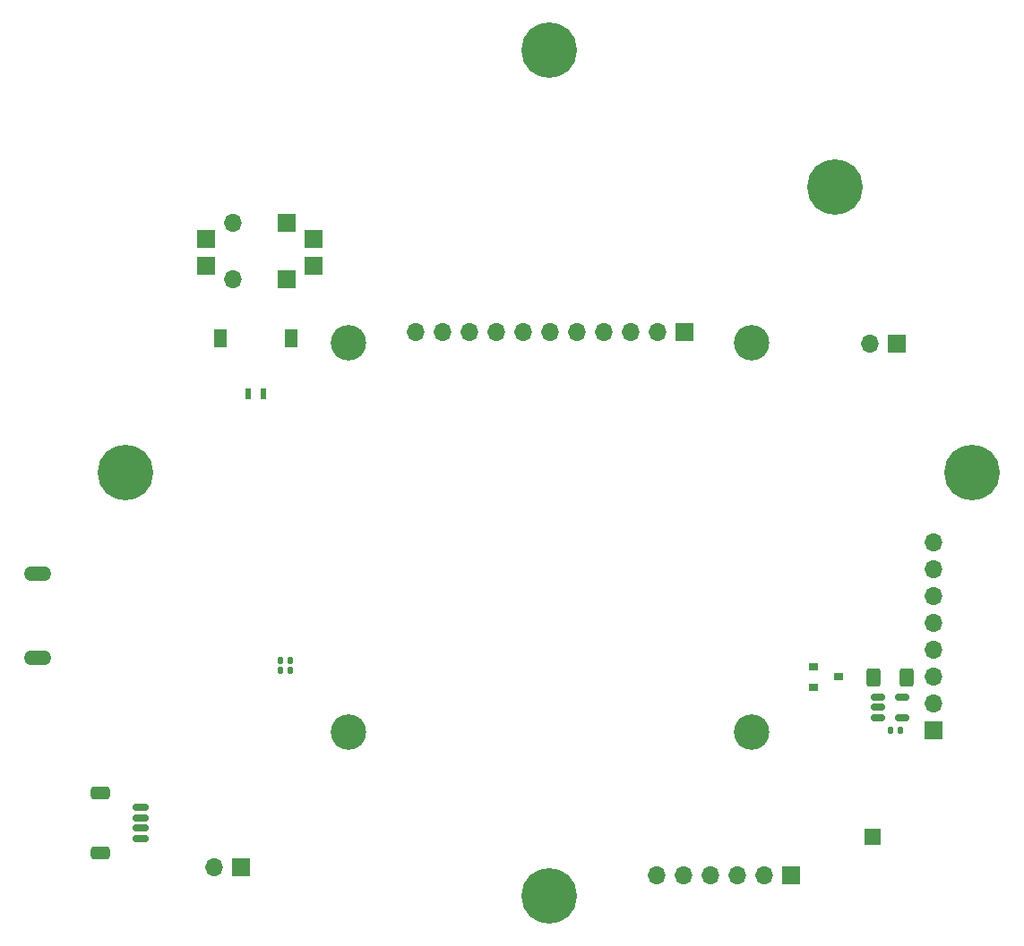
<source format=gbr>
%TF.GenerationSoftware,KiCad,Pcbnew,8.0.4*%
%TF.CreationDate,2024-09-09T11:17:31-04:00*%
%TF.ProjectId,payload_board_rev072,7061796c-6f61-4645-9f62-6f6172645f72,rev?*%
%TF.SameCoordinates,Original*%
%TF.FileFunction,Soldermask,Bot*%
%TF.FilePolarity,Negative*%
%FSLAX46Y46*%
G04 Gerber Fmt 4.6, Leading zero omitted, Abs format (unit mm)*
G04 Created by KiCad (PCBNEW 8.0.4) date 2024-09-09 11:17:31*
%MOMM*%
%LPD*%
G01*
G04 APERTURE LIST*
G04 Aperture macros list*
%AMRoundRect*
0 Rectangle with rounded corners*
0 $1 Rounding radius*
0 $2 $3 $4 $5 $6 $7 $8 $9 X,Y pos of 4 corners*
0 Add a 4 corners polygon primitive as box body*
4,1,4,$2,$3,$4,$5,$6,$7,$8,$9,$2,$3,0*
0 Add four circle primitives for the rounded corners*
1,1,$1+$1,$2,$3*
1,1,$1+$1,$4,$5*
1,1,$1+$1,$6,$7*
1,1,$1+$1,$8,$9*
0 Add four rect primitives between the rounded corners*
20,1,$1+$1,$2,$3,$4,$5,0*
20,1,$1+$1,$4,$5,$6,$7,0*
20,1,$1+$1,$6,$7,$8,$9,0*
20,1,$1+$1,$8,$9,$2,$3,0*%
G04 Aperture macros list end*
%ADD10R,1.700000X1.700000*%
%ADD11O,1.700000X1.700000*%
%ADD12C,5.250000*%
%ADD13C,3.352400*%
%ADD14O,2.568400X1.360400*%
%ADD15RoundRect,0.140000X-0.140000X-0.170000X0.140000X-0.170000X0.140000X0.170000X-0.140000X0.170000X0*%
%ADD16R,0.600000X1.000000*%
%ADD17R,1.250000X1.800000*%
%ADD18RoundRect,0.150000X-0.512500X-0.150000X0.512500X-0.150000X0.512500X0.150000X-0.512500X0.150000X0*%
%ADD19RoundRect,0.140000X0.140000X0.170000X-0.140000X0.170000X-0.140000X-0.170000X0.140000X-0.170000X0*%
%ADD20RoundRect,0.250000X-0.400000X-0.625000X0.400000X-0.625000X0.400000X0.625000X-0.400000X0.625000X0*%
%ADD21R,1.500000X1.500000*%
%ADD22R,0.900000X0.800000*%
%ADD23RoundRect,0.150000X0.625000X-0.150000X0.625000X0.150000X-0.625000X0.150000X-0.625000X-0.150000X0*%
%ADD24RoundRect,0.250000X0.650000X-0.350000X0.650000X0.350000X-0.650000X0.350000X-0.650000X-0.350000X0*%
G04 APERTURE END LIST*
D10*
%TO.C,J5*%
X75800000Y-49700000D03*
D11*
X73260000Y-49700000D03*
X70720000Y-49700000D03*
X68180000Y-49700000D03*
X65640000Y-49700000D03*
X63100000Y-49700000D03*
X60560000Y-49700000D03*
X58020000Y-49700000D03*
X55480000Y-49700000D03*
X52940000Y-49700000D03*
X50400000Y-49700000D03*
%TD*%
D12*
%TO.C,*%
X103000000Y-63000000D03*
%TD*%
D10*
%TO.C,J2*%
X99314000Y-87376000D03*
D11*
X99314000Y-84836000D03*
X99314000Y-82296000D03*
X99314000Y-79756000D03*
X99314000Y-77216000D03*
X99314000Y-74676000D03*
X99314000Y-72136000D03*
X99314000Y-69596000D03*
%TD*%
D13*
%TO.C,*%
X82127052Y-50714652D03*
%TD*%
D10*
%TO.C,J15*%
X85852000Y-101092000D03*
D11*
X83312000Y-101092000D03*
X80772000Y-101092000D03*
X78232000Y-101092000D03*
X75692000Y-101092000D03*
X73152000Y-101092000D03*
%TD*%
D10*
%TO.C,J_Burn*%
X38188800Y-39318800D03*
X40728800Y-40878800D03*
X40728800Y-43418800D03*
X38188800Y-44688800D03*
D11*
X33108800Y-39318800D03*
D10*
X30568800Y-40878800D03*
X30568800Y-43418800D03*
D11*
X33108800Y-44688800D03*
%TD*%
D12*
%TO.C,*%
X90000000Y-36000000D03*
%TD*%
D10*
%TO.C,J12*%
X95865000Y-50780000D03*
D11*
X93325000Y-50780000D03*
%TD*%
D12*
%TO.C,*%
X23000000Y-63000000D03*
%TD*%
D10*
%TO.C,J12*%
X33885000Y-100320000D03*
D11*
X31345000Y-100320000D03*
%TD*%
D14*
%TO.C,J7*%
X14700000Y-72567500D03*
X14700000Y-80467500D03*
%TD*%
D12*
%TO.C,J2*%
X63000000Y-103000000D03*
%TD*%
D13*
%TO.C,*%
X44027052Y-87544652D03*
%TD*%
%TO.C,*%
X44027052Y-50714652D03*
%TD*%
%TO.C,*%
X82127052Y-87544652D03*
%TD*%
D15*
%TO.C,C10*%
X37590000Y-81650000D03*
X38550000Y-81650000D03*
%TD*%
D16*
%TO.C,J8*%
X34531200Y-55488100D03*
X36031200Y-55488100D03*
D17*
X31926200Y-50298100D03*
X38636200Y-50298100D03*
%TD*%
D18*
%TO.C,U4*%
X94082500Y-86142000D03*
X94082500Y-85192000D03*
X94082500Y-84242000D03*
X96357500Y-84242000D03*
X96357500Y-86142000D03*
%TD*%
D19*
%TO.C,C4*%
X38550000Y-80725000D03*
X37590000Y-80725000D03*
%TD*%
D20*
%TO.C,R14*%
X93670000Y-82321800D03*
X96770000Y-82321800D03*
%TD*%
D21*
%TO.C,TGND3*%
X93580000Y-97440000D03*
%TD*%
D22*
%TO.C,Q1*%
X87954000Y-83246000D03*
X87954000Y-81346000D03*
X90354000Y-82296000D03*
%TD*%
D23*
%TO.C,J6*%
X24440000Y-97610000D03*
X24440000Y-96610000D03*
X24440000Y-95610000D03*
X24440000Y-94610000D03*
D24*
X20565000Y-98910000D03*
X20565000Y-93310000D03*
%TD*%
D15*
%TO.C,C17*%
X95250000Y-87376000D03*
X96210000Y-87376000D03*
%TD*%
D12*
%TO.C,J5*%
X63000000Y-23000000D03*
%TD*%
M02*

</source>
